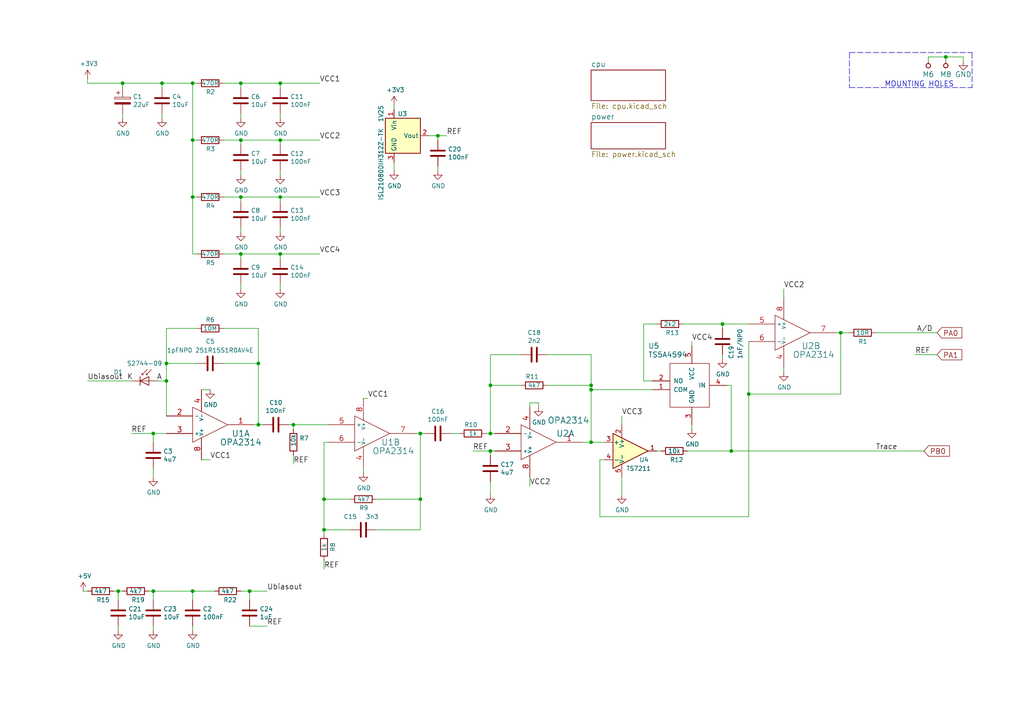
<source format=kicad_sch>
(kicad_sch (version 20211123) (generator eeschema)
  (paper "A4")
  (title_block (title "SPACEDOS02A") (date "2021-12-24") (company "Universal Scientific Technologies s.r.o. ") (comment 1 "Solid-state PIN diode dosimeter  \\nfor manned spacecraft") (comment 2 " <support@ust.cz>") (comment 3 "www.ust.cz") (comment 4 "GPL 3"))
  (lib_symbols
    (symbol "Amplifier_Operational:OP179GRT" (pin_names (offset 0.127))
      (property "Reference" "U" (at 0 5.08 0))
      (property "Value" "Amplifier_Operational_OP179GRT" (at 0 -5.08 0))
      (symbol "OP179GRT_0_1"
        (polyline (pts (xy -5.08 5.08) (xy 5.08 0) (xy -5.08 -5.08) (xy -5.08 5.08)) (stroke (width 0.254)) (fill (type background)))
        (pin power_in line (at -2.54 7.62 270) (length 3.81) (name "V+") (number "2"))
        (pin power_in line (at -2.54 -7.62 90) (length 3.81) (name "V-") (number "5"))
      )
      (symbol "OP179GRT_1_1"
        (pin output line (at 7.62 0 180) (length 2.54) (name "~") (number "1"))
        (pin input line (at -7.62 2.54 0) (length 2.54) (name "+") (number "3"))
        (pin input line (at -7.62 -2.54 0) (length 2.54) (name "-") (number "4"))
      )
    )
    (symbol "Device:C" (pin_numbers hide) (pin_names (offset 0.254))
      (property "Reference" "C" (at 0.635 2.54 0))
      (property "Value" "Device_C" (at 0.635 -2.54 0))
      (symbol "C_0_1"
        (polyline (pts (xy -2.032 -0.762) (xy 2.032 -0.762)) (stroke (width 0.508)))
        (polyline (pts (xy -2.032 0.762) (xy 2.032 0.762)) (stroke (width 0.508)))
      )
      (symbol "C_1_1"
        (pin passive line (at 0 3.81 270) (length 2.794) (name "~") (number "1"))
        (pin passive line (at 0 -3.81 90) (length 2.794) (name "~") (number "2"))
      )
    )
    (symbol "Device:CP" (pin_numbers hide) (pin_names (offset 0.254))
      (property "Reference" "C" (at 0.635 2.54 0))
      (property "Value" "Device_CP" (at 0.635 -2.54 0))
      (symbol "CP_0_1"
        (rectangle (start -2.286 0.508) (end -2.286 1.016))
        (rectangle (start -2.286 0.508) (end 2.286 0.508))
        (polyline (pts (xy -1.778 2.286) (xy -0.762 2.286)))
        (polyline (pts (xy -1.27 2.794) (xy -1.27 1.778)))
        (rectangle (start 2.286 -0.508) (end -2.286 -1.016) (fill (type outline)))
        (rectangle (start 2.286 1.016) (end -2.286 1.016))
        (rectangle (start 2.286 1.016) (end 2.286 0.508))
      )
      (symbol "CP_1_1"
        (pin passive line (at 0 3.81 270) (length 2.794) (name "~") (number "1"))
        (pin passive line (at 0 -3.81 90) (length 2.794) (name "~") (number "2"))
      )
    )
    (symbol "Device:D_Photo" (pin_numbers hide) (pin_names hide)
      (property "Reference" "D" (at 0.508 1.778 0))
      (property "Value" "Device_D_Photo" (at -1.016 -2.794 0))
      (symbol "D_Photo_0_1"
        (polyline (pts (xy -2.54 1.27) (xy -2.54 -1.27)) (stroke (width 0.2032)))
        (polyline (pts (xy -2.032 1.778) (xy -1.524 1.778)))
        (polyline (pts (xy 0 0) (xy -2.54 0)))
        (polyline (pts (xy -0.508 3.302) (xy -2.032 1.778) (xy -2.032 2.286)))
        (polyline (pts (xy 0 -1.27) (xy 0 1.27) (xy -2.54 0) (xy 0 -1.27)) (stroke (width 0.2032)))
        (polyline (pts (xy 0.762 3.302) (xy -0.762 1.778) (xy -0.762 2.286) (xy -0.762 1.778) (xy -0.254 1.778)))
      )
      (symbol "D_Photo_1_1"
        (pin passive line (at -5.08 0 0) (length 2.54) (name "K") (number "1"))
        (pin passive line (at 2.54 0 180) (length 2.54) (name "A") (number "2"))
      )
    )
    (symbol "Device:R" (pin_numbers hide) (pin_names (offset 0))
      (property "Reference" "R" (at 2.032 0 90))
      (property "Value" "Device_R" (at 0 0 90))
      (symbol "R_0_1"
        (rectangle (start -1.016 -2.54) (end 1.016 2.54) (stroke (width 0.254)))
      )
      (symbol "R_1_1"
        (pin passive line (at 0 3.81 270) (length 1.27) (name "~") (number "1"))
        (pin passive line (at 0 -3.81 90) (length 1.27) (name "~") (number "2"))
      )
    )
    (symbol "MLAB_IO:AD8692"
      (property "Reference" "U" (at 3.81 7.62 0))
      (property "Value" "MLAB_IO_AD8692" (at 3.81 5.08 0))
      (symbol "AD8692_0_1"
        (polyline (pts (xy -5.08 5.08) (xy 5.08 0) (xy -5.08 -5.08) (xy -5.08 5.08)))
      )
      (symbol "AD8692_1_1"
        (pin output line (at 12.7 0 180) (length 7.62) (name "~") (number "1"))
        (pin input line (at -12.7 -2.54 0) (length 7.62) (name "-") (number "2"))
        (pin input line (at -12.7 2.54 0) (length 7.62) (name "+") (number "3"))
        (pin passive line (at -2.54 -10.16 90) (length 6.35) (name "V-") (number "4"))
        (pin passive line (at -2.54 10.16 270) (length 6.35) (name "V+") (number "8"))
      )
      (symbol "AD8692_2_1"
        (pin passive line (at -2.54 -10.16 90) (length 6.35) (name "V-") (number "4"))
        (pin input line (at -12.7 2.54 0) (length 7.62) (name "+") (number "5"))
        (pin input line (at -12.7 -2.54 0) (length 7.62) (name "-") (number "6"))
        (pin output line (at 12.7 0 180) (length 7.62) (name "~") (number "7"))
        (pin passive line (at -2.54 10.16 270) (length 6.35) (name "V+") (number "8"))
      )
    )
    (symbol "MLAB_IO:TS5A4594" (pin_names (offset 1.016))
      (property "Reference" "U" (at 3.81 7.62 0))
      (property "Value" "MLAB_IO_TS5A4594" (at 6.35 -7.62 0))
      (symbol "TS5A4594_0_1"
        (rectangle (start -6.35 6.35) (end 5.08 -6.35))
      )
      (symbol "TS5A4594_1_1"
        (pin passive line (at -11.43 -1.27 0) (length 5.08) (name "COM") (number "1"))
        (pin passive line (at -11.43 1.27 0) (length 5.08) (name "NO") (number "2"))
        (pin power_in line (at 0 -11.43 90) (length 5.08) (name "GND") (number "3"))
        (pin bidirectional line (at 10.16 0 180) (length 5.08) (name "IN") (number "4"))
        (pin power_in line (at 0 11.43 270) (length 5.08) (name "VCC") (number "5"))
      )
    )
    (symbol "MLAB_MECHANICAL:HOLE" (pin_numbers hide) (pin_names (offset 1.016) hide)
      (property "Reference" "M" (at 0 2.54 0))
      (property "Value" "MLAB_MECHANICAL_HOLE" (at 0 -2.54 0))
      (symbol "HOLE_0_1"
        (circle (center 0 0) (radius 0.635) (stroke (width 0.254)))
      )
      (symbol "HOLE_1_1"
        (pin input line (at 1.27 0 180) (length 0.635) (name "~") (number "1"))
      )
    )
    (symbol "Reference_Voltage:ISL21070CIH320Z-TK"
      (property "Reference" "U" (at -0.635 8.255 0))
      (property "Value" "Reference_Voltage_ISL21070CIH320Z-TK" (at -1.905 6.35 0))
      (symbol "ISL21070CIH320Z-TK_0_1"
        (rectangle (start -5.08 5.08) (end 5.08 -5.08) (stroke (width 0.254)) (fill (type background)))
      )
      (symbol "ISL21070CIH320Z-TK_1_1"
        (pin power_in line (at -2.54 7.62 270) (length 2.54) (name "Vin") (number "1"))
        (pin power_out line (at 7.62 0 180) (length 2.54) (name "Vout") (number "2"))
        (pin power_in line (at -2.54 -7.62 90) (length 2.54) (name "GND") (number "3"))
      )
    )
    (symbol "power:+3.3V" (power) (pin_names (offset 0))
      (property "Value" "power_+3.3V" (at 0 3.556 0))
      (symbol "+3.3V_0_1"
        (polyline (pts (xy -0.762 1.27) (xy 0 2.54)))
        (polyline (pts (xy 0 0) (xy 0 2.54)))
        (polyline (pts (xy 0 2.54) (xy 0.762 1.27)))
      )
      (symbol "+3.3V_1_1"
        (pin power_in line (at 0 0 90) (length 0) hide (name "+3V3") (number "1"))
      )
    )
    (symbol "power:+5V" (power) (pin_names (offset 0))
      (property "Value" "power_+5V" (at 0 3.556 0))
      (symbol "+5V_0_1"
        (polyline (pts (xy -0.762 1.27) (xy 0 2.54)))
        (polyline (pts (xy 0 0) (xy 0 2.54)))
        (polyline (pts (xy 0 2.54) (xy 0.762 1.27)))
      )
      (symbol "+5V_1_1"
        (pin power_in line (at 0 0 90) (length 0) hide (name "+5V") (number "1"))
      )
    )
    (symbol "power:GND" (power) (pin_names (offset 0))
      (property "Value" "power_GND" (at 0 -3.81 0))
      (symbol "GND_0_1"
        (polyline (pts (xy 0 0) (xy 0 -1.27) (xy 1.27 -1.27) (xy 0 -2.54) (xy -1.27 -1.27) (xy 0 -1.27)))
      )
      (symbol "GND_1_1"
        (pin power_in line (at 0 0 270) (length 0) hide (name "GND") (number "1"))
      )
    )
  )
  (junction (at 48.26 105.41))
  (junction (at 171.45 111.76))
  (junction (at 81.28 57.15))
  (junction (at 55.88 57.15))
  (junction (at 212.09 130.81))
  (junction (at 72.39 171.45))
  (junction (at 142.24 111.76))
  (junction (at 121.92 144.78))
  (junction (at 217.17 114.3))
  (junction (at 93.98 144.78))
  (junction (at 274.32 16.51))
  (junction (at 44.45 125.73))
  (junction (at 74.93 123.19))
  (junction (at 35.56 24.13))
  (junction (at 209.55 93.98))
  (junction (at 243.84 96.52))
  (junction (at 85.09 123.19))
  (junction (at 81.28 73.66))
  (junction (at 69.85 57.15))
  (junction (at 55.88 171.45))
  (junction (at 46.99 24.13))
  (junction (at 121.92 125.73))
  (junction (at 171.45 128.27))
  (junction (at 81.28 24.13))
  (junction (at 55.88 24.13))
  (junction (at 69.85 40.64))
  (junction (at 34.29 171.45))
  (junction (at 44.45 171.45))
  (junction (at 48.26 110.49))
  (junction (at 69.85 73.66))
  (junction (at 81.28 40.64))
  (junction (at 74.93 105.41))
  (junction (at 142.24 130.81))
  (junction (at 69.85 24.13))
  (junction (at 127 39.37))
  (junction (at 171.45 113.03))
  (junction (at 142.24 125.73))
  (junction (at 93.98 153.67))
  (junction (at 55.88 40.64))
  (wire (pts (xy 153.67 138.43) (xy 153.67 140.97)))
  (wire (pts (xy 93.98 153.67) (xy 93.98 154.94)))
  (wire (pts (xy 156.21 116.84) (xy 156.21 118.11)))
  (wire (pts (xy 35.56 24.13) (xy 46.99 24.13)))
  (wire (pts (xy 46.99 34.29) (xy 46.99 33.02)))
  (wire (pts (xy 217.17 149.86) (xy 173.99 149.86)))
  (wire (pts (xy 69.85 171.45) (xy 72.39 171.45)))
  (polyline (pts (xy 246.38 15.24) (xy 246.38 25.4)))
  (wire (pts (xy 85.09 124.46) (xy 85.09 123.19)))
  (wire (pts (xy 217.17 99.06) (xy 217.17 114.3)))
  (wire (pts (xy 265.43 102.87) (xy 271.78 102.87)))
  (wire (pts (xy 171.45 111.76) (xy 171.45 113.03)))
  (wire (pts (xy 142.24 139.7) (xy 142.24 143.51)))
  (wire (pts (xy 254 96.52) (xy 271.78 96.52)))
  (wire (pts (xy 93.98 128.27) (xy 93.98 144.78)))
  (wire (pts (xy 83.82 123.19) (xy 85.09 123.19)))
  (wire (pts (xy 171.45 102.87) (xy 171.45 111.76)))
  (wire (pts (xy 46.99 24.13) (xy 55.88 24.13)))
  (wire (pts (xy 81.28 58.42) (xy 81.28 57.15)))
  (wire (pts (xy 95.25 128.27) (xy 93.98 128.27)))
  (wire (pts (xy 25.4 22.86) (xy 25.4 24.13)))
  (wire (pts (xy 69.85 58.42) (xy 69.85 57.15)))
  (wire (pts (xy 48.26 105.41) (xy 57.15 105.41)))
  (wire (pts (xy 69.85 74.93) (xy 69.85 73.66)))
  (wire (pts (xy 279.4 16.51) (xy 274.32 16.51)))
  (wire (pts (xy 81.28 34.29) (xy 81.28 33.02)))
  (wire (pts (xy 171.45 113.03) (xy 171.45 128.27)))
  (polyline (pts (xy 281.94 15.24) (xy 281.94 25.4)))
  (wire (pts (xy 25.4 110.49) (xy 38.1 110.49)))
  (wire (pts (xy 69.85 40.64) (xy 81.28 40.64)))
  (wire (pts (xy 81.28 73.66) (xy 92.71 73.66)))
  (wire (pts (xy 34.29 171.45) (xy 35.56 171.45)))
  (wire (pts (xy 168.91 128.27) (xy 171.45 128.27)))
  (wire (pts (xy 171.45 128.27) (xy 175.26 128.27)))
  (wire (pts (xy 72.39 171.45) (xy 77.47 171.45)))
  (wire (pts (xy 64.77 73.66) (xy 69.85 73.66)))
  (wire (pts (xy 101.6 153.67) (xy 93.98 153.67)))
  (wire (pts (xy 57.15 57.15) (xy 55.88 57.15)))
  (wire (pts (xy 243.84 114.3) (xy 217.17 114.3)))
  (wire (pts (xy 34.29 182.88) (xy 34.29 181.61)))
  (wire (pts (xy 212.09 130.81) (xy 267.97 130.81)))
  (wire (pts (xy 44.45 182.88) (xy 44.45 181.61)))
  (wire (pts (xy 64.77 57.15) (xy 69.85 57.15)))
  (wire (pts (xy 45.72 110.49) (xy 48.26 110.49)))
  (wire (pts (xy 69.85 34.29) (xy 69.85 33.02)))
  (wire (pts (xy 142.24 111.76) (xy 142.24 102.87)))
  (wire (pts (xy 44.45 171.45) (xy 55.88 171.45)))
  (wire (pts (xy 85.09 132.08) (xy 85.09 134.62)))
  (wire (pts (xy 58.42 133.35) (xy 60.96 133.35)))
  (wire (pts (xy 200.66 100.33) (xy 200.66 99.06)))
  (wire (pts (xy 69.85 67.31) (xy 69.85 66.04)))
  (wire (pts (xy 58.42 113.03) (xy 60.96 113.03)))
  (wire (pts (xy 69.85 24.13) (xy 81.28 24.13)))
  (wire (pts (xy 44.45 138.43) (xy 44.45 135.89)))
  (wire (pts (xy 55.88 24.13) (xy 55.88 40.64)))
  (wire (pts (xy 24.13 171.45) (xy 25.4 171.45)))
  (wire (pts (xy 81.28 25.4) (xy 81.28 24.13)))
  (wire (pts (xy 142.24 130.81) (xy 142.24 132.08)))
  (wire (pts (xy 69.85 41.91) (xy 69.85 40.64)))
  (wire (pts (xy 55.88 40.64) (xy 55.88 57.15)))
  (wire (pts (xy 81.28 50.8) (xy 81.28 49.53)))
  (wire (pts (xy 127 49.53) (xy 127 48.26)))
  (polyline (pts (xy 246.38 25.4) (xy 281.94 25.4)))
  (wire (pts (xy 121.92 125.73) (xy 121.92 144.78)))
  (wire (pts (xy 186.69 93.98) (xy 190.5 93.98)))
  (wire (pts (xy 64.77 105.41) (xy 74.93 105.41)))
  (wire (pts (xy 69.85 83.82) (xy 69.85 82.55)))
  (wire (pts (xy 274.32 17.78) (xy 274.32 16.51)))
  (wire (pts (xy 34.29 173.99) (xy 34.29 171.45)))
  (wire (pts (xy 101.6 144.78) (xy 93.98 144.78)))
  (wire (pts (xy 140.97 125.73) (xy 142.24 125.73)))
  (wire (pts (xy 114.3 30.48) (xy 114.3 31.75)))
  (wire (pts (xy 69.85 25.4) (xy 69.85 24.13)))
  (wire (pts (xy 180.34 143.51) (xy 180.34 138.43)))
  (wire (pts (xy 105.41 115.57) (xy 106.68 115.57)))
  (wire (pts (xy 209.55 104.14) (xy 209.55 102.87)))
  (wire (pts (xy 64.77 40.64) (xy 69.85 40.64)))
  (wire (pts (xy 46.99 25.4) (xy 46.99 24.13)))
  (wire (pts (xy 243.84 96.52) (xy 246.38 96.52)))
  (wire (pts (xy 25.4 24.13) (xy 35.56 24.13)))
  (wire (pts (xy 72.39 181.61) (xy 77.47 181.61)))
  (wire (pts (xy 199.39 130.81) (xy 212.09 130.81)))
  (wire (pts (xy 55.88 173.99) (xy 55.88 171.45)))
  (wire (pts (xy 127 39.37) (xy 129.54 39.37)))
  (wire (pts (xy 72.39 171.45) (xy 72.39 173.99)))
  (wire (pts (xy 81.28 24.13) (xy 92.71 24.13)))
  (wire (pts (xy 269.24 17.78) (xy 269.24 16.51)))
  (wire (pts (xy 227.33 86.36) (xy 227.33 83.82)))
  (polyline (pts (xy 246.38 15.24) (xy 281.94 15.24)))
  (wire (pts (xy 279.4 17.78) (xy 279.4 16.51)))
  (wire (pts (xy 44.45 128.27) (xy 44.45 125.73)))
  (wire (pts (xy 35.56 34.29) (xy 35.56 33.02)))
  (wire (pts (xy 74.93 95.25) (xy 74.93 105.41)))
  (wire (pts (xy 142.24 125.73) (xy 142.24 111.76)))
  (wire (pts (xy 212.09 111.76) (xy 212.09 130.81)))
  (wire (pts (xy 57.15 40.64) (xy 55.88 40.64)))
  (wire (pts (xy 190.5 130.81) (xy 191.77 130.81)))
  (wire (pts (xy 121.92 153.67) (xy 121.92 144.78)))
  (wire (pts (xy 198.12 93.98) (xy 209.55 93.98)))
  (wire (pts (xy 69.85 50.8) (xy 69.85 49.53)))
  (wire (pts (xy 81.28 40.64) (xy 92.71 40.64)))
  (wire (pts (xy 57.15 95.25) (xy 48.26 95.25)))
  (wire (pts (xy 74.93 123.19) (xy 76.2 123.19)))
  (wire (pts (xy 81.28 57.15) (xy 92.71 57.15)))
  (wire (pts (xy 48.26 95.25) (xy 48.26 105.41)))
  (wire (pts (xy 227.33 107.95) (xy 227.33 106.68)))
  (wire (pts (xy 55.88 171.45) (xy 62.23 171.45)))
  (wire (pts (xy 186.69 110.49) (xy 186.69 93.98)))
  (wire (pts (xy 151.13 111.76) (xy 142.24 111.76)))
  (wire (pts (xy 121.92 125.73) (xy 123.19 125.73)))
  (wire (pts (xy 43.18 171.45) (xy 44.45 171.45)))
  (wire (pts (xy 158.75 111.76) (xy 171.45 111.76)))
  (wire (pts (xy 81.28 83.82) (xy 81.28 82.55)))
  (wire (pts (xy 143.51 130.81) (xy 142.24 130.81)))
  (wire (pts (xy 74.93 123.19) (xy 73.66 123.19)))
  (wire (pts (xy 127 40.64) (xy 127 39.37)))
  (wire (pts (xy 153.67 116.84) (xy 156.21 116.84)))
  (wire (pts (xy 173.99 149.86) (xy 173.99 133.35)))
  (wire (pts (xy 93.98 144.78) (xy 93.98 153.67)))
  (wire (pts (xy 142.24 125.73) (xy 143.51 125.73)))
  (wire (pts (xy 212.09 111.76) (xy 210.82 111.76)))
  (wire (pts (xy 158.75 102.87) (xy 171.45 102.87)))
  (wire (pts (xy 48.26 110.49) (xy 48.26 120.65)))
  (wire (pts (xy 189.23 110.49) (xy 186.69 110.49)))
  (wire (pts (xy 33.02 171.45) (xy 34.29 171.45)))
  (wire (pts (xy 153.67 118.11) (xy 153.67 116.84)))
  (wire (pts (xy 137.16 130.81) (xy 142.24 130.81)))
  (wire (pts (xy 200.66 124.46) (xy 200.66 123.19)))
  (wire (pts (xy 142.24 102.87) (xy 151.13 102.87)))
  (wire (pts (xy 124.46 39.37) (xy 127 39.37)))
  (wire (pts (xy 55.88 24.13) (xy 57.15 24.13)))
  (wire (pts (xy 44.45 125.73) (xy 48.26 125.73)))
  (wire (pts (xy 81.28 74.93) (xy 81.28 73.66)))
  (wire (pts (xy 180.34 123.19) (xy 180.34 120.65)))
  (wire (pts (xy 69.85 57.15) (xy 81.28 57.15)))
  (wire (pts (xy 121.92 144.78) (xy 109.22 144.78)))
  (wire (pts (xy 64.77 95.25) (xy 74.93 95.25)))
  (wire (pts (xy 114.3 46.99) (xy 114.3 49.53)))
  (wire (pts (xy 55.88 73.66) (xy 57.15 73.66)))
  (wire (pts (xy 85.09 123.19) (xy 95.25 123.19)))
  (wire (pts (xy 120.65 125.73) (xy 121.92 125.73)))
  (wire (pts (xy 209.55 93.98) (xy 209.55 95.25)))
  (wire (pts (xy 105.41 137.16) (xy 105.41 135.89)))
  (wire (pts (xy 171.45 113.03) (xy 189.23 113.03)))
  (wire (pts (xy 55.88 57.15) (xy 55.88 73.66)))
  (wire (pts (xy 109.22 153.67) (xy 121.92 153.67)))
  (wire (pts (xy 173.99 133.35) (xy 175.26 133.35)))
  (wire (pts (xy 243.84 96.52) (xy 243.84 114.3)))
  (wire (pts (xy 48.26 105.41) (xy 48.26 110.49)))
  (wire (pts (xy 35.56 25.4) (xy 35.56 24.13)))
  (wire (pts (xy 81.28 41.91) (xy 81.28 40.64)))
  (wire (pts (xy 81.28 67.31) (xy 81.28 66.04)))
  (wire (pts (xy 64.77 24.13) (xy 69.85 24.13)))
  (wire (pts (xy 38.1 125.73) (xy 44.45 125.73)))
  (wire (pts (xy 209.55 93.98) (xy 217.17 93.98)))
  (wire (pts (xy 44.45 173.99) (xy 44.45 171.45)))
  (wire (pts (xy 242.57 96.52) (xy 243.84 96.52)))
  (wire (pts (xy 74.93 105.41) (xy 74.93 123.19)))
  (wire (pts (xy 217.17 114.3) (xy 217.17 149.86)))
  (wire (pts (xy 69.85 73.66) (xy 81.28 73.66)))
  (wire (pts (xy 93.98 162.56) (xy 93.98 165.1)))
  (wire (pts (xy 55.88 182.88) (xy 55.88 181.61)))
  (wire (pts (xy 130.81 125.73) (xy 133.35 125.73)))
  (wire (pts (xy 274.32 16.51) (xy 269.24 16.51)))
  (text "MOUNTING HOLES" (at 256.54 25.4 0) (effects (font (size 1.524 1.524)) (justify left bottom)))
  (label "VCC4" (at 200.66 99.06 0) (effects (font (size 1.524 1.524))))
  (label "K" (at 36.83 110.49 0) (effects (font (size 1.524 1.524))))
  (label "VCC2" (at 153.67 140.97 0) (effects (font (size 1.524 1.524))))
  (label "Ubiasout" (at 77.47 171.45 0) (effects (font (size 1.524 1.524))))
  (label "VCC3" (at 180.34 120.65 0) (effects (font (size 1.524 1.524))))
  (label "REF" (at 137.16 130.81 0) (effects (font (size 1.524 1.524))))
  (label "VCC1" (at 92.71 24.13 0) (effects (font (size 1.524 1.524))))
  (label "VCC4" (at 92.71 73.66 0) (effects (font (size 1.524 1.524))))
  (label "VCC1" (at 60.96 133.35 0) (effects (font (size 1.524 1.524))))
  (label "REF" (at 93.98 165.1 0) (effects (font (size 1.524 1.524))))
  (label "REF" (at 38.1 125.73 0) (effects (font (size 1.524 1.524))))
  (label "REF" (at 77.47 181.61 0) (effects (font (size 1.524 1.524))))
  (label "VCC3" (at 92.71 57.15 0) (effects (font (size 1.524 1.524))))
  (label "REF" (at 85.09 134.62 0) (effects (font (size 1.524 1.524))))
  (label "VCC2" (at 227.33 83.82 0) (effects (font (size 1.524 1.524))))
  (label "Ubiasout" (at 25.4 110.49 0) (effects (font (size 1.524 1.524))))
  (label "REF" (at 129.54 39.37 0) (effects (font (size 1.524 1.524))))
  (label "A" (at 46.99 110.49 180) (effects (font (size 1.524 1.524))))
  (label "VCC2" (at 92.71 40.64 0) (effects (font (size 1.524 1.524))))
  (label "Trace" (at 254 130.81 0) (effects (font (size 1.524 1.524))))
  (label "A/D" (at 270.51 96.52 180) (effects (font (size 1.524 1.524))))
  (label "VCC1" (at 106.68 115.57 0) (effects (font (size 1.524 1.524))))
  (label "REF" (at 265.43 102.87 0) (effects (font (size 1.524 1.524))))
  (global_label "PB0" (shape input) (at 267.97 130.81 0) (effects (font (size 1.524 1.524))) (property "Intersheet References" "${INTERSHEET_REFS}" (effects hide)))
  (global_label "PA0" (shape input) (at 271.78 96.52 0) (effects (font (size 1.524 1.524))) (property "Intersheet References" "${INTERSHEET_REFS}" (effects hide)))
  (global_label "PA1" (shape input) (at 271.78 102.87 0) (effects (font (size 1.524 1.524))) (property "Intersheet References" "${INTERSHEET_REFS}" (effects hide)))
  (symbol (lib_id "MLAB_IO:AD8692") (at 60.96 123.19 0) (mirror x) (unit 1)
    (property "Reference" "U1" (at 69.85 125.73 0) (effects (font (size 1.778 1.778))))
    (property "Value" "OPA2314" (at 69.85 128.27 0) (effects (font (size 1.778 1.778))))
    (property "Footprint" "Mlab_IO:SOIC-8_3.9x4.9mm_Pitch1.27mm" (effects hide))
    (property "UST_ID" "5c70984412875079b91f879b" (effects hide))
  )
  (symbol (lib_id "MLAB_IO:AD8692") (at 156.21 128.27 0) (mirror x) (unit 1)
    (property "Reference" "U2" (at 161.29 125.73 0) (effects (font (size 1.778 1.778)) (justify left)))
    (property "Value" "OPA2314" (at 158.75 121.92 0) (effects (font (size 1.778 1.778)) (justify left)))
    (property "Footprint" "Mlab_IO:SOIC-8_3.9x4.9mm_Pitch1.27mm" (effects hide))
    (property "UST_ID" "5c70984412875079b91f879b" (effects hide))
  )
  (symbol (lib_id "MLAB_IO:AD8692") (at 107.95 125.73 0) (unit 2)
    (property "Reference" "U1" (at 110.49 128.27 0) (effects (font (size 1.778 1.778)) (justify left)))
    (property "Value" "OPA2314" (at 107.95 130.81 0) (effects (font (size 1.778 1.778)) (justify left)))
    (property "Footprint" "Mlab_IO:SOIC-8_3.9x4.9mm_Pitch1.27mm" (effects hide))
  )
  (symbol (lib_id "MLAB_IO:AD8692") (at 229.87 96.52 0) (unit 2)
    (property "Reference" "U2" (at 232.41 100.33 0) (effects (font (size 1.778 1.778)) (justify left)))
    (property "Value" "OPA2314" (at 229.87 102.87 0) (effects (font (size 1.778 1.778)) (justify left)))
    (property "Footprint" "Mlab_IO:SOIC-8_3.9x4.9mm_Pitch1.27mm" (effects hide))
  )
  (symbol (lib_id "Device:C") (at 44.45 132.08 0) (unit 1)
    (property "Reference" "C3" (at 47.371 130.9116 0) (effects (justify left)))
    (property "Value" "4u7" (at 47.371 133.223 0) (effects (justify left)))
    (property "Footprint" "Mlab_R:SMD-0805" (effects hide))
    (property "UST_ID" "5c70984712875079b91f8b52" (effects hide))
  )
  (symbol (lib_id "power:GND") (at 60.96 113.03 0) (unit 1)
    (property "Reference" "#PWR04" (effects hide))
    (property "Value" "GND" (at 61.087 117.4242 0))
  )
  (symbol (lib_id "power:GND") (at 105.41 137.16 0) (unit 1)
    (property "Reference" "#PWR05" (effects hide))
    (property "Value" "GND" (at 105.537 141.5542 0))
  )
  (symbol (lib_id "power:GND") (at 44.45 138.43 0) (unit 1)
    (property "Reference" "#PWR06" (effects hide))
    (property "Value" "GND" (at 44.577 142.8242 0))
  )
  (symbol (lib_id "Device:C") (at 60.96 105.41 270) (unit 1)
    (property "Reference" "C5" (at 60.96 99.0092 90))
    (property "Value" "1pFNP0 251R15S1R0AV4E" (at 60.96 101.6 90))
    (property "Footprint" "Mlab_R:SMD-0805" (effects hide))
    (property "UST_ID" "5c70984712875079b91f8b9f" (effects hide))
  )
  (symbol (lib_id "Device:R") (at 60.96 95.25 270) (unit 1)
    (property "Reference" "R6" (at 60.96 92.71 90))
    (property "Value" "10M" (at 60.96 95.25 90))
    (property "Footprint" "Mlab_R:SMD-0805" (effects hide))
    (property "UST_ID" "5c70984712875079b91f8aae" (effects hide))
  )
  (symbol (lib_id "Device:R") (at 85.09 128.27 180) (unit 1)
    (property "Reference" "R7" (at 86.868 127.1016 0) (effects (justify right)))
    (property "Value" "10k" (at 85.09 129.54 90) (effects (justify right)))
    (property "Footprint" "Mlab_R:SMD-0805" (effects hide))
    (property "UST_ID" "5c70984612875079b91f899f" (effects hide))
  )
  (symbol (lib_id "Device:C") (at 80.01 123.19 270) (unit 1)
    (property "Reference" "C10" (at 80.01 116.7892 90))
    (property "Value" "100nF" (at 80.01 119.1006 90))
    (property "Footprint" "Mlab_R:SMD-0805" (effects hide))
    (property "UST_ID" "5c70984712875079b91f8b4c" (effects hide))
  )
  (symbol (lib_id "Device:R") (at 105.41 144.78 270) (unit 1)
    (property "Reference" "R9" (at 104.14 147.32 90) (effects (justify left)))
    (property "Value" "4k7" (at 105.41 144.78 90))
    (property "Footprint" "Mlab_R:SMD-0805" (effects hide))
    (property "UST_ID" "5c70984612875079b91f8995" (effects hide))
  )
  (symbol (lib_id "Device:C") (at 105.41 153.67 270) (unit 1)
    (property "Reference" "C15" (at 101.6 149.86 90))
    (property "Value" "3n3" (at 107.95 149.86 90))
    (property "Footprint" "Mlab_R:SMD-0805" (effects hide))
    (property "UST_ID" "5c70984712875079b91f8b47" (effects hide))
  )
  (symbol (lib_id "Device:R") (at 93.98 158.75 0) (unit 1)
    (property "Reference" "R8" (at 96.52 160.02 90) (effects (justify left)))
    (property "Value" "1k" (at 93.98 158.75 90))
    (property "Footprint" "Mlab_R:SMD-0805" (effects hide))
    (property "UST_ID" "5c70984512875079b91f898c" (effects hide))
  )
  (symbol (lib_id "Device:C") (at 127 125.73 270) (unit 1)
    (property "Reference" "C16" (at 127 119.3292 90))
    (property "Value" "100nF" (at 127 121.6406 90))
    (property "Footprint" "Mlab_R:SMD-0805" (effects hide))
    (property "UST_ID" "5c70984712875079b91f8b4c" (effects hide))
  )
  (symbol (lib_id "Device:R") (at 137.16 125.73 270) (unit 1)
    (property "Reference" "R10" (at 134.62 123.19 90) (effects (justify left)))
    (property "Value" "1k" (at 137.16 125.73 90))
    (property "Footprint" "Mlab_R:SMD-0805" (effects hide))
    (property "UST_ID" "5c70984512875079b91f898c" (effects hide))
  )
  (symbol (lib_id "Amplifier_Operational:OP179GRT") (at 182.88 130.81 0) (unit 1)
    (property "Reference" "U4" (at 185.42 133.35 0) (effects (justify left)))
    (property "Value" "TS7211" (at 181.61 135.89 0) (effects (justify left)))
    (property "Footprint" "Package_TO_SOT_SMD:SOT-23-5_HandSoldering" (effects hide))
    (property "Datasheet" "http://www.analog.com/media/en/technical-documentation/data-sheets/OP179_279.pdf" (effects hide))
    (property "UST_ID" "5c70984712875079b91f8b5b" (effects hide))
  )
  (symbol (lib_id "MLAB_IO:TS5A4594") (at 200.66 111.76 0) (unit 1)
    (property "Reference" "U5" (at 187.96 100.33 0) (effects (font (size 1.524 1.524)) (justify left)))
    (property "Value" "TS5A4594" (at 187.96 102.87 0) (effects (font (size 1.524 1.524)) (justify left)))
    (property "Footprint" "Package_TO_SOT_SMD:SOT-23-5_HandSoldering" (effects hide))
    (property "UST_ID" "5c70984612875079b91f8a0d" (effects hide))
  )
  (symbol (lib_id "Device:R") (at 195.58 130.81 270) (unit 1)
    (property "Reference" "R12" (at 194.31 133.35 90) (effects (justify left)))
    (property "Value" "10k" (at 195.58 130.81 90))
    (property "Footprint" "Mlab_R:SMD-0805" (effects hide))
    (property "UST_ID" "5c70984612875079b91f899f" (effects hide))
  )
  (symbol (lib_id "Device:R") (at 194.31 93.98 270) (unit 1)
    (property "Reference" "R13" (at 193.04 96.52 90) (effects (justify left)))
    (property "Value" "2k2" (at 194.31 93.98 90))
    (property "Footprint" "Mlab_R:SMD-0805" (effects hide))
    (property "UST_ID" "5c70984612875079b91f8990" (effects hide))
  )
  (symbol (lib_id "Device:C") (at 209.55 99.06 0) (unit 1)
    (property "Reference" "C19" (at 212.09 104.14 90) (effects (justify left)))
    (property "Value" "1nF/NP0" (at 214.63 104.14 90) (effects (justify left)))
    (property "Footprint" "Mlab_R:SMD-0805" (effects hide))
    (property "UST_ID" "5c70984812875079b91f8ba6" (effects hide))
  )
  (symbol (lib_id "power:GND") (at 279.4 17.78 0) (unit 1)
    (property "Reference" "#PWR03" (effects hide))
    (property "Value" "GND" (at 279.4 21.59 0) (effects (font (size 1.524 1.524))))
  )
  (symbol (lib_id "power:GND") (at 156.21 118.11 0) (unit 1)
    (property "Reference" "#PWR07" (effects hide))
    (property "Value" "GND" (at 156.337 122.5042 0))
  )
  (symbol (lib_id "Reference_Voltage:ISL21070CIH320Z-TK") (at 116.84 39.37 0) (unit 1)
    (property "Reference" "U3" (at 118.11 33.02 0) (effects (justify right)))
    (property "Value" "ISL21080DIH312Z-TK  1V25" (at 110.49 30.48 90) (effects (justify right)))
    (property "Footprint" "Package_TO_SOT_SMD:SOT-23" (effects hide))
    (property "Datasheet" "http://www.intersil.com/content/dam/Intersil/documents/fn75/fn7599.pdf" (effects hide))
    (property "UST_ID" "5c70984712875079b91f8b7a" (effects hide))
  )
  (symbol (lib_id "power:GND") (at 114.3 49.53 0) (unit 1)
    (property "Reference" "#PWR0101" (effects hide))
    (property "Value" "GND" (at 114.427 53.9242 0))
  )
  (symbol (lib_id "power:GND") (at 127 49.53 0) (unit 1)
    (property "Reference" "#PWR0102" (effects hide))
    (property "Value" "GND" (at 127.127 53.9242 0))
  )
  (symbol (lib_id "Device:C") (at 127 44.45 0) (unit 1)
    (property "Reference" "C20" (at 129.921 43.2816 0) (effects (justify left)))
    (property "Value" "100nF" (at 129.921 45.593 0) (effects (justify left)))
    (property "Footprint" "Mlab_R:SMD-0805" (effects hide))
    (property "UST_ID" "5c70984712875079b91f8b4c" (effects hide))
  )
  (symbol (lib_id "Device:C") (at 142.24 135.89 0) (unit 1)
    (property "Reference" "C17" (at 145.161 134.7216 0) (effects (justify left)))
    (property "Value" "4u7" (at 145.161 137.033 0) (effects (justify left)))
    (property "Footprint" "Mlab_R:SMD-0805" (effects hide))
    (property "UST_ID" "5c70984712875079b91f8b52" (effects hide))
  )
  (symbol (lib_id "power:GND") (at 142.24 143.51 0) (unit 1)
    (property "Reference" "#PWR08" (effects hide))
    (property "Value" "GND" (at 142.367 147.9042 0))
  )
  (symbol (lib_id "Device:C") (at 154.94 102.87 270) (unit 1)
    (property "Reference" "C18" (at 154.94 96.4692 90))
    (property "Value" "2n2" (at 154.94 98.7806 90))
    (property "Footprint" "Mlab_R:SMD-0805" (effects hide))
    (property "UST_ID" "5c70984712875079b91f8b46" (effects hide))
  )
  (symbol (lib_id "Device:R") (at 154.94 111.76 270) (unit 1)
    (property "Reference" "R11" (at 152.4 109.22 90) (effects (justify left)))
    (property "Value" "4k7" (at 154.94 111.76 90))
    (property "Footprint" "Mlab_R:SMD-0805" (effects hide))
    (property "UST_ID" "5c70984612875079b91f8995" (effects hide))
  )
  (symbol (lib_id "power:GND") (at 180.34 143.51 0) (unit 1)
    (property "Reference" "#PWR09" (effects hide))
    (property "Value" "GND" (at 180.467 147.9042 0))
  )
  (symbol (lib_id "power:GND") (at 200.66 124.46 0) (unit 1)
    (property "Reference" "#PWR011" (effects hide))
    (property "Value" "GND" (at 200.787 128.8542 0))
  )
  (symbol (lib_id "power:GND") (at 209.55 104.14 0) (unit 1)
    (property "Reference" "#PWR012" (effects hide))
    (property "Value" "GND" (at 209.677 108.5342 0))
  )
  (symbol (lib_id "power:GND") (at 227.33 107.95 0) (unit 1)
    (property "Reference" "#PWR013" (effects hide))
    (property "Value" "GND" (at 227.457 112.3442 0))
  )
  (symbol (lib_id "Device:R") (at 60.96 24.13 270) (unit 1)
    (property "Reference" "R2" (at 59.69 26.67 90) (effects (justify left)))
    (property "Value" "470R" (at 60.96 24.13 90))
    (property "Footprint" "Mlab_R:SMD-0805" (effects hide))
    (property "UST_ID" "5c70984512875079b91f8986" (effects hide))
  )
  (symbol (lib_id "Device:CP") (at 35.56 29.21 0) (unit 1)
    (property "Reference" "C1" (at 38.5572 28.0416 0) (effects (justify left)))
    (property "Value" "22uF" (at 38.5572 30.353 0) (effects (justify left)))
    (property "Footprint" "Mlab_C:TantalC_SizeC_Reflow" (effects hide))
    (property "UST_ID" "5c70984412875079b91f8869" (effects hide))
  )
  (symbol (lib_id "Device:C") (at 46.99 29.21 0) (unit 1)
    (property "Reference" "C4" (at 49.911 28.0416 0) (effects (justify left)))
    (property "Value" "10uF" (at 49.911 30.353 0) (effects (justify left)))
    (property "Footprint" "Mlab_R:SMD-0805" (effects hide))
    (property "UST_ID" "5c70984812875079b91f8bbd" (effects hide))
  )
  (symbol (lib_id "Device:C") (at 69.85 29.21 0) (unit 1)
    (property "Reference" "C6" (at 72.771 28.0416 0) (effects (justify left)))
    (property "Value" "10uF" (at 72.771 30.353 0) (effects (justify left)))
    (property "Footprint" "Mlab_R:SMD-0805" (effects hide))
    (property "UST_ID" "5c70984812875079b91f8bbd" (effects hide))
  )
  (symbol (lib_id "Device:C") (at 81.28 29.21 0) (unit 1)
    (property "Reference" "C11" (at 84.201 28.0416 0) (effects (justify left)))
    (property "Value" "100nF" (at 84.201 30.353 0) (effects (justify left)))
    (property "Footprint" "Mlab_R:SMD-0805" (effects hide))
    (property "UST_ID" "5c70984712875079b91f8b4c" (effects hide))
  )
  (symbol (lib_id "MLAB_MECHANICAL:HOLE") (at 269.24 19.05 90) (unit 1)
    (property "Reference" "M6" (at 269.24 21.59 90) (effects (font (size 1.524 1.524))))
    (property "Value" "BMI-S-210-F" (effects hide))
    (property "Footprint" "Mlab_Mechanical:BMI-S-210-F" (effects hide))
    (property "UST_ID" "5c70984312875079b91f873d" (effects hide))
  )
  (symbol (lib_id "power:GND") (at 35.56 34.29 0) (unit 1)
    (property "Reference" "#PWR016" (effects hide))
    (property "Value" "GND" (at 35.687 38.6842 0))
  )
  (symbol (lib_id "power:GND") (at 46.99 34.29 0) (unit 1)
    (property "Reference" "#PWR017" (effects hide))
    (property "Value" "GND" (at 47.117 38.6842 0))
  )
  (symbol (lib_id "power:GND") (at 69.85 34.29 0) (unit 1)
    (property "Reference" "#PWR018" (effects hide))
    (property "Value" "GND" (at 69.977 38.6842 0))
  )
  (symbol (lib_id "power:GND") (at 81.28 34.29 0) (unit 1)
    (property "Reference" "#PWR019" (effects hide))
    (property "Value" "GND" (at 81.407 38.6842 0))
  )
  (symbol (lib_id "Device:R") (at 60.96 40.64 270) (unit 1)
    (property "Reference" "R3" (at 59.69 43.18 90) (effects (justify left)))
    (property "Value" "470R" (at 60.96 40.64 90))
    (property "Footprint" "Mlab_R:SMD-0805" (effects hide))
    (property "UST_ID" "5c70984512875079b91f8986" (effects hide))
  )
  (symbol (lib_id "Device:C") (at 69.85 45.72 0) (unit 1)
    (property "Reference" "C7" (at 72.771 44.5516 0) (effects (justify left)))
    (property "Value" "10uF" (at 72.771 46.863 0) (effects (justify left)))
    (property "Footprint" "Mlab_R:SMD-0805" (effects hide))
    (property "UST_ID" "5c70984812875079b91f8bbd" (effects hide))
  )
  (symbol (lib_id "Device:C") (at 81.28 45.72 0) (unit 1)
    (property "Reference" "C12" (at 84.201 44.5516 0) (effects (justify left)))
    (property "Value" "100nF" (at 84.201 46.863 0) (effects (justify left)))
    (property "Footprint" "Mlab_R:SMD-0805" (effects hide))
    (property "UST_ID" "5c70984712875079b91f8b4c" (effects hide))
  )
  (symbol (lib_id "power:GND") (at 69.85 50.8 0) (unit 1)
    (property "Reference" "#PWR020" (effects hide))
    (property "Value" "GND" (at 69.977 55.1942 0))
  )
  (symbol (lib_id "power:GND") (at 81.28 50.8 0) (unit 1)
    (property "Reference" "#PWR021" (effects hide))
    (property "Value" "GND" (at 81.407 55.1942 0))
  )
  (symbol (lib_id "Device:R") (at 60.96 57.15 270) (unit 1)
    (property "Reference" "R4" (at 59.69 59.69 90) (effects (justify left)))
    (property "Value" "470R" (at 60.96 57.15 90))
    (property "Footprint" "Mlab_R:SMD-0805" (effects hide))
    (property "UST_ID" "5c70984512875079b91f8986" (effects hide))
  )
  (symbol (lib_id "Device:C") (at 69.85 62.23 0) (unit 1)
    (property "Reference" "C8" (at 72.771 61.0616 0) (effects (justify left)))
    (property "Value" "10uF" (at 72.771 63.373 0) (effects (justify left)))
    (property "Footprint" "Mlab_R:SMD-0805" (effects hide))
    (property "UST_ID" "5c70984812875079b91f8bbd" (effects hide))
  )
  (symbol (lib_id "Device:C") (at 81.28 62.23 0) (unit 1)
    (property "Reference" "C13" (at 84.201 61.0616 0) (effects (justify left)))
    (property "Value" "100nF" (at 84.201 63.373 0) (effects (justify left)))
    (property "Footprint" "Mlab_R:SMD-0805" (effects hide))
    (property "UST_ID" "5c70984712875079b91f8b4c" (effects hide))
  )
  (symbol (lib_id "power:GND") (at 69.85 67.31 0) (unit 1)
    (property "Reference" "#PWR022" (effects hide))
    (property "Value" "GND" (at 69.977 71.7042 0))
  )
  (symbol (lib_id "power:GND") (at 81.28 67.31 0) (unit 1)
    (property "Reference" "#PWR023" (effects hide))
    (property "Value" "GND" (at 81.407 71.7042 0))
  )
  (symbol (lib_id "Device:R") (at 60.96 73.66 270) (unit 1)
    (property "Reference" "R5" (at 59.69 76.2 90) (effects (justify left)))
    (property "Value" "470R" (at 60.96 73.66 90))
    (property "Footprint" "Mlab_R:SMD-0805" (effects hide))
    (property "UST_ID" "5c70984512875079b91f8986" (effects hide))
  )
  (symbol (lib_id "Device:C") (at 69.85 78.74 0) (unit 1)
    (property "Reference" "C9" (at 72.771 77.5716 0) (effects (justify left)))
    (property "Value" "10uF" (at 72.771 79.883 0) (effects (justify left)))
    (property "Footprint" "Mlab_R:SMD-0805" (effects hide))
    (property "UST_ID" "5c70984812875079b91f8bbd" (effects hide))
  )
  (symbol (lib_id "Device:C") (at 81.28 78.74 0) (unit 1)
    (property "Reference" "C14" (at 84.201 77.5716 0) (effects (justify left)))
    (property "Value" "100nF" (at 84.201 79.883 0) (effects (justify left)))
    (property "Footprint" "Mlab_R:SMD-0805" (effects hide))
    (property "UST_ID" "5c70984712875079b91f8b4c" (effects hide))
  )
  (symbol (lib_id "power:GND") (at 69.85 83.82 0) (unit 1)
    (property "Reference" "#PWR024" (effects hide))
    (property "Value" "GND" (at 69.977 88.2142 0))
  )
  (symbol (lib_id "power:GND") (at 81.28 83.82 0) (unit 1)
    (property "Reference" "#PWR025" (effects hide))
    (property "Value" "GND" (at 81.407 88.2142 0))
  )
  (symbol (lib_id "Device:R") (at 250.19 96.52 270) (unit 1)
    (property "Reference" "R1" (at 248.92 99.06 90) (effects (justify left)))
    (property "Value" "10R" (at 250.19 96.52 90))
    (property "Footprint" "Mlab_R:SMD-0805" (effects hide))
    (property "UST_ID" "5c70984512875079b91f896d" (effects hide))
  )
  (symbol (lib_id "Device:C") (at 55.88 177.8 0) (unit 1)
    (property "Reference" "C2" (at 58.801 176.6316 0) (effects (justify left)))
    (property "Value" "100nF" (at 58.801 178.943 0) (effects (justify left)))
    (property "Footprint" "Mlab_R:SMD-0805" (effects hide))
    (property "UST_ID" "5c70984712875079b91f8b4c" (effects hide))
  )
  (symbol (lib_id "power:GND") (at 55.88 182.88 0) (unit 1)
    (property "Reference" "#PWR0119" (effects hide))
    (property "Value" "GND" (at 56.007 187.2742 0))
  )
  (symbol (lib_id "power:+5V") (at 24.13 171.45 0) (unit 1)
    (property "Reference" "#PWR0103" (effects hide))
    (property "Value" "+5V" (at 24.511 167.0558 0))
  )
  (symbol (lib_id "Device:R") (at 29.21 171.45 270) (unit 1)
    (property "Reference" "R15" (at 27.94 173.99 90) (effects (justify left)))
    (property "Value" "4k7" (at 29.21 171.45 90))
    (property "Footprint" "Mlab_R:SMD-0805" (effects hide))
    (property "UST_ID" "5c70984612875079b91f8995" (effects hide))
  )
  (symbol (lib_id "Device:C") (at 34.29 177.8 0) (unit 1)
    (property "Reference" "C21" (at 37.211 176.6316 0) (effects (justify left)))
    (property "Value" "10uF" (at 37.211 178.943 0) (effects (justify left)))
    (property "Footprint" "Mlab_R:SMD-0805" (effects hide))
    (property "UST_ID" "5c70984812875079b91f8bbd" (effects hide))
  )
  (symbol (lib_id "Device:R") (at 39.37 171.45 270) (unit 1)
    (property "Reference" "R19" (at 38.1 173.99 90) (effects (justify left)))
    (property "Value" "4k7" (at 39.37 171.45 90))
    (property "Footprint" "Mlab_R:SMD-0805" (effects hide))
    (property "UST_ID" "5c70984612875079b91f8995" (effects hide))
  )
  (symbol (lib_id "Device:C") (at 44.45 177.8 0) (unit 1)
    (property "Reference" "C23" (at 47.371 176.6316 0) (effects (justify left)))
    (property "Value" "10uF" (at 47.371 178.943 0) (effects (justify left)))
    (property "Footprint" "Mlab_R:SMD-0805" (effects hide))
    (property "UST_ID" "5c70984812875079b91f8bbd" (effects hide))
  )
  (symbol (lib_id "Device:R") (at 66.04 171.45 270) (unit 1)
    (property "Reference" "R22" (at 64.77 173.99 90) (effects (justify left)))
    (property "Value" "4k7" (at 66.04 171.45 90))
    (property "Footprint" "Mlab_R:SMD-0805" (effects hide))
    (property "UST_ID" "5c70984612875079b91f8995" (effects hide))
  )
  (symbol (lib_id "Device:C") (at 72.39 177.8 0) (unit 1)
    (property "Reference" "C24" (at 75.311 176.6316 0) (effects (justify left)))
    (property "Value" "1uF" (at 75.311 178.943 0) (effects (justify left)))
    (property "Footprint" "Mlab_R:SMD-0805" (effects hide))
    (property "UST_ID" "5c70984712875079b91f8b50" (effects hide))
  )
  (symbol (lib_id "power:GND") (at 34.29 182.88 0) (unit 1)
    (property "Reference" "#PWR0104" (effects hide))
    (property "Value" "GND" (at 34.417 187.2742 0))
  )
  (symbol (lib_id "power:GND") (at 44.45 182.88 0) (unit 1)
    (property "Reference" "#PWR0105" (effects hide))
    (property "Value" "GND" (at 44.577 187.2742 0))
  )
  (symbol (lib_id "power:+3.3V") (at 25.4 22.86 0) (unit 1)
    (property "Reference" "#PWR0106" (effects hide))
    (property "Value" "+3.3V" (at 25.781 18.4658 0))
  )
  (symbol (lib_id "power:+3.3V") (at 114.3 30.48 0) (unit 1)
    (property "Reference" "#PWR0107" (effects hide))
    (property "Value" "+3.3V" (at 114.681 26.0858 0))
  )
  (symbol (lib_id "MLAB_MECHANICAL:HOLE") (at 274.32 19.05 90) (unit 1)
    (property "Reference" "M8" (at 274.32 21.59 90) (effects (font (size 1.524 1.524))))
    (property "Value" "BMI-S-210-F" (effects hide))
    (property "Footprint" "RF_Shielding:Laird_Technologies_BMI-S-210-F_44.00x30.50mm" (effects hide))
    (property "UST_ID" "5c70984312875079b91f873d" (effects hide))
  )
  (symbol (lib_id "Device:D_Photo") (at 43.18 110.49 0) (unit 1)
    (property "Reference" "D1" (at 34.29 107.95 0))
    (property "Value" "S2744-09" (at 41.91 105.41 0))
    (property "Footprint" "Mlab_D:HAMAMATSU_S2744-09" (effects hide))
  )
  (sheet (at 171.45 20.32) (size 21.59 8.89)
    (property "Sheet name" "cpu" (at 171.45 19.4814 0) (effects (font (size 1.524 1.524)) (justify left bottom)))
    (property "Sheet file" "cpu.kicad_sch" (at 171.45 29.8962 0) (effects (font (size 1.524 1.524)) (justify left top)))
  )
  (sheet (at 171.45 35.56) (size 21.59 7.62)
    (property "Sheet name" "power" (at 171.45 34.7214 0) (effects (font (size 1.524 1.524)) (justify left bottom)))
    (property "Sheet file" "power.kicad_sch" (at 171.45 43.8662 0) (effects (font (size 1.524 1.524)) (justify left top)))
  )
)
</source>
